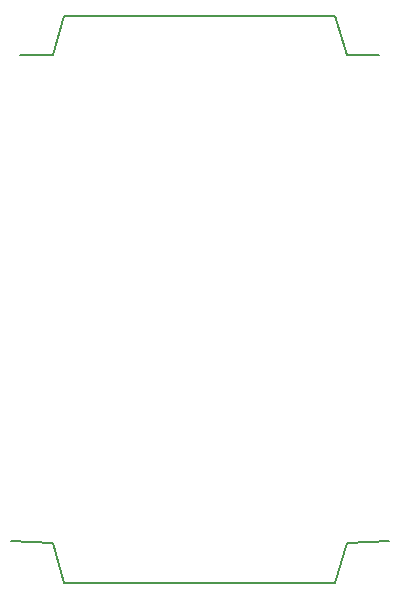
<source format=gbr>
G04 #@! TF.GenerationSoftware,KiCad,Pcbnew,5.1.4-1.fc30*
G04 #@! TF.CreationDate,2020-03-31T08:03:49+02:00*
G04 #@! TF.ProjectId,base,62617365-2e6b-4696-9361-645f70636258,rev?*
G04 #@! TF.SameCoordinates,Original*
G04 #@! TF.FileFunction,Legend,Top*
G04 #@! TF.FilePolarity,Positive*
%FSLAX46Y46*%
G04 Gerber Fmt 4.6, Leading zero omitted, Abs format (unit mm)*
G04 Created by KiCad (PCBNEW 5.1.4-1.fc30) date 2020-03-31 08:03:49*
%MOMM*%
%LPD*%
G04 APERTURE LIST*
%ADD10C,0.200000*%
G04 APERTURE END LIST*
D10*
X232460000Y-98640000D02*
X209520000Y-98640000D01*
X209520000Y-146640000D02*
X232460000Y-146640000D01*
X209520000Y-146640000D02*
X208530000Y-143270000D01*
X232460000Y-146640000D02*
X233450000Y-143270000D01*
X232460000Y-98640000D02*
X233450000Y-102010000D01*
X233450000Y-102010000D02*
X236200000Y-102010000D01*
X208530000Y-102010000D02*
X205780000Y-102010000D01*
X209520000Y-98640000D02*
X208530000Y-102010000D01*
X204990000Y-143140000D02*
X208530000Y-143270000D01*
X236985039Y-143145628D02*
X233450000Y-143270000D01*
M02*

</source>
